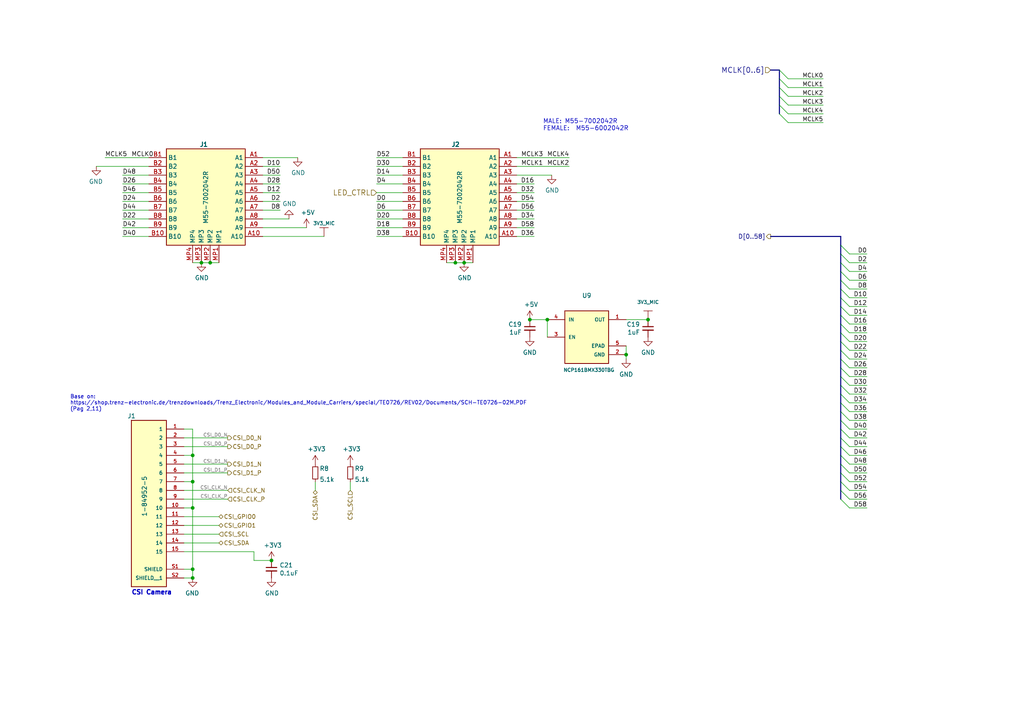
<source format=kicad_sch>
(kicad_sch (version 20230819) (generator eeschema)
  (paper "A4")
  (lib_symbols
    (symbol "1-84952-5:1-84952-5" (pin_names (offset 1.016))
      (property "Reference" "J" (at -5.08 24.13 0))
      (property "Value" "1-84952-5" (at -5.08 -27.94 0))
      (symbol "1-84952-5_0_0"
        (rectangle (start -5.08 -25.4) (end 5.08 22.86) (stroke (width 0.254)) (fill (type background)))
        (pin passive line (at -10.16 20.32 0) (length 5.08) (name "1") (number "1"))
        (pin passive line (at -10.16 -2.54 0) (length 5.08) (name "10") (number "10"))
        (pin passive line (at -10.16 -5.08 0) (length 5.08) (name "11") (number "11"))
        (pin passive line (at -10.16 -7.62 0) (length 5.08) (name "12") (number "12"))
        (pin passive line (at -10.16 -10.16 0) (length 5.08) (name "13") (number "13"))
        (pin passive line (at -10.16 -12.7 0) (length 5.08) (name "14") (number "14"))
        (pin passive line (at -10.16 -15.24 0) (length 5.08) (name "15") (number "15"))
        (pin passive line (at -10.16 17.78 0) (length 5.08) (name "2") (number "2"))
        (pin passive line (at -10.16 15.24 0) (length 5.08) (name "3") (number "3"))
        (pin passive line (at -10.16 12.7 0) (length 5.08) (name "4") (number "4"))
        (pin passive line (at -10.16 10.16 0) (length 5.08) (name "5") (number "5"))
        (pin passive line (at -10.16 7.62 0) (length 5.08) (name "6") (number "6"))
        (pin passive line (at -10.16 5.08 0) (length 5.08) (name "7") (number "7"))
        (pin passive line (at -10.16 2.54 0) (length 5.08) (name "8") (number "8"))
        (pin passive line (at -10.16 0 0) (length 5.08) (name "9") (number "9"))
        (pin passive line (at -10.16 -20.32 0) (length 5.08) (name "SHIELD") (number "S1"))
        (pin passive line (at -10.16 -22.86 0) (length 5.08) (name "SHIELD__1") (number "S2"))
      )
    )
    (symbol "Device:C_Small" (pin_numbers hide) (pin_names (offset 0.254) hide)
      (property "Reference" "C" (at 0.254 1.778 0))
      (property "Value" "C_Small" (at 0.254 -2.032 0))
      (symbol "C_Small_0_1"
        (polyline (pts (xy -1.524 -0.508) (xy 1.524 -0.508)) (stroke (width 0.3302)))
        (polyline (pts (xy -1.524 0.508) (xy 1.524 0.508)) (stroke (width 0.3048)))
      )
      (symbol "C_Small_1_1"
        (pin passive line (at 0 2.54 270) (length 2.032) (name "~") (number "1"))
        (pin passive line (at 0 -2.54 90) (length 2.032) (name "~") (number "2"))
      )
    )
    (symbol "Device:R_Small" (pin_numbers hide) (pin_names (offset 0.254) hide)
      (property "Reference" "R" (at 0.762 0.508 0))
      (property "Value" "R_Small" (at 0.762 -1.016 0))
      (symbol "R_Small_0_1"
        (rectangle (start -0.762 1.778) (end 0.762 -1.778) (stroke (width 0.2032)))
      )
      (symbol "R_Small_1_1"
        (pin passive line (at 0 2.54 270) (length 0.762) (name "~") (number "1"))
        (pin passive line (at 0 -2.54 90) (length 0.762) (name "~") (number "2"))
      )
    )
    (symbol "M55-7002042R:M55-7002042R"
      (property "Reference" "J" (at 34.29 15.24 0))
      (property "Value" "M55-7002042R" (at 34.29 12.7 0))
      (symbol "M55-7002042R_1_1"
        (rectangle (start 5.08 10.16) (end 33.02 -12.7) (stroke (width 0.254)) (fill (type background)))
        (pin passive line (at 30.48 -17.78 90) (length 5.08) (name "A1") (number "A1"))
        (pin passive line (at 7.62 -17.78 90) (length 5.08) (name "A10") (number "A10"))
        (pin passive line (at 27.94 -17.78 90) (length 5.08) (name "A2") (number "A2"))
        (pin passive line (at 25.4 -17.78 90) (length 5.08) (name "A3") (number "A3"))
        (pin passive line (at 22.86 -17.78 90) (length 5.08) (name "A4") (number "A4"))
        (pin passive line (at 20.32 -17.78 90) (length 5.08) (name "A5") (number "A5"))
        (pin passive line (at 17.78 -17.78 90) (length 5.08) (name "A6") (number "A6"))
        (pin passive line (at 15.24 -17.78 90) (length 5.08) (name "A7") (number "A7"))
        (pin passive line (at 12.7 -17.78 90) (length 5.08) (name "A8") (number "A8"))
        (pin passive line (at 10.16 -17.78 90) (length 5.08) (name "A9") (number "A9"))
        (pin passive line (at 30.48 15.24 270) (length 5.08) (name "B1") (number "B1"))
        (pin passive line (at 7.62 15.24 270) (length 5.08) (name "B10") (number "B10"))
        (pin passive line (at 27.94 15.24 270) (length 5.08) (name "B2") (number "B2"))
        (pin passive line (at 25.4 15.24 270) (length 5.08) (name "B3") (number "B3"))
        (pin passive line (at 22.86 15.24 270) (length 5.08) (name "B4") (number "B4"))
        (pin passive line (at 20.32 15.24 270) (length 5.08) (name "B5") (number "B5"))
        (pin passive line (at 17.78 15.24 270) (length 5.08) (name "B6") (number "B6"))
        (pin passive line (at 15.24 15.24 270) (length 5.08) (name "B7") (number "B7"))
        (pin passive line (at 12.7 15.24 270) (length 5.08) (name "B8") (number "B8"))
        (pin passive line (at 10.16 15.24 270) (length 5.08) (name "B9") (number "B9"))
        (pin passive line (at 0 -5.08 0) (length 5.08) (name "MP1") (number "MP1"))
        (pin passive line (at 0 -2.54 0) (length 5.08) (name "MP2") (number "MP2"))
        (pin passive line (at 0 0 0) (length 5.08) (name "MP3") (number "MP3"))
        (pin passive line (at 0 2.54 0) (length 5.08) (name "MP4") (number "MP4"))
      )
    )
    (symbol "NCP161:NCP161BMX330TBG" (pin_names (offset 1.016))
      (property "Reference" "U" (at -10.1639 8.8979 0))
      (property "Value" "NCP161BMX330TBG" (at -10.1614 -10.1627 0))
      (symbol "NCP161BMX330TBG_0_0"
        (rectangle (start -2.54 7.62) (end 10.16 -7.62) (stroke (width 0.254)) (fill (type background)))
        (pin output line (at 15.24 5.08 180) (length 5.08) (name "OUT") (number "1"))
        (pin power_in line (at 15.24 -5.08 180) (length 5.08) (name "GND") (number "2"))
        (pin input line (at -7.62 0 0) (length 5.08) (name "EN") (number "3"))
        (pin input line (at -7.62 5.08 0) (length 5.08) (name "IN") (number "4"))
        (pin power_in line (at 15.24 -2.54 180) (length 5.08) (name "EPAD") (number "5"))
      )
    )
    (symbol "array-rescue:GND-power-array-rescue" (power) (pin_names (offset 0))
      (property "Value" "GND-power-array-rescue" (at 0 -3.81 0))
      (symbol "GND-power-array-rescue_0_1"
        (polyline (pts (xy 0 0) (xy 0 -1.27) (xy 1.27 -1.27) (xy 0 -2.54) (xy -1.27 -1.27) (xy 0 -1.27)))
      )
      (symbol "GND-power-array-rescue_1_1"
        (pin power_in line (at 0 0 270) (length 0) hide (name "GND") (number "1"))
      )
    )
    (symbol "power:+3V3" (power) (pin_names (offset 0))
      (property "Value" "+3V3" (at 0 3.556 0))
      (symbol "+3V3_0_1"
        (polyline (pts (xy -0.762 1.27) (xy 0 2.54)))
        (polyline (pts (xy 0 0) (xy 0 2.54)))
        (polyline (pts (xy 0 2.54) (xy 0.762 1.27)))
      )
      (symbol "+3V3_1_1"
        (pin power_in line (at 0 0 90) (length 0) hide (name "+3V3") (number "1"))
      )
    )
    (symbol "power:+5V" (power) (pin_names (offset 0))
      (property "Value" "+5V" (at 0 3.556 0))
      (symbol "+5V_0_1"
        (polyline (pts (xy -0.762 1.27) (xy 0 2.54)))
        (polyline (pts (xy 0 0) (xy 0 2.54)))
        (polyline (pts (xy 0 2.54) (xy 0.762 1.27)))
      )
      (symbol "+5V_1_1"
        (pin power_in line (at 0 0 90) (length 0) hide (name "+5V") (number "1"))
      )
    )
    (symbol "power:GND" (power) (pin_names (offset 0))
      (property "Value" "GND" (at 0 -3.81 0))
      (symbol "GND_0_1"
        (polyline (pts (xy 0 0) (xy 0 -1.27) (xy 1.27 -1.27) (xy 0 -2.54) (xy -1.27 -1.27) (xy 0 -1.27)))
      )
      (symbol "GND_1_1"
        (pin power_in line (at 0 0 270) (length 0) hide (name "GND") (number "1"))
      )
    )
    (symbol "power_symbols:3V3_MIC" (power) (pin_names (offset 0))
      (property "Value" "3V3_MIC" (at 0 3.6046 0))
      (symbol "3V3_MIC_0_1"
        (polyline (pts (xy -1.27 2.54) (xy 1.27 2.54)))
        (polyline (pts (xy 0 0) (xy 0 2.54)))
      )
      (symbol "3V3_MIC_1_1"
        (pin power_in line (at 0 0 90) (length 0) hide (name "3V3_MIC") (number "1"))
      )
    )
  )
  (junction (at 55.88 147.32))
  (junction (at 134.62 76.2))
  (junction (at 181.61 102.87))
  (junction (at 78.74 162.56))
  (junction (at 55.88 165.1))
  (junction (at 153.67 92.71))
  (junction (at 60.96 76.2))
  (junction (at 55.88 132.08))
  (junction (at 132.08 76.2))
  (junction (at 187.96 92.71))
  (junction (at 55.88 139.7))
  (junction (at 58.42 76.2))
  (junction (at 158.75 92.71))
  (junction (at 55.88 167.64))
  (bus_entry (at 246.38 109.22) (size -2.54 -2.54))
  (bus_entry (at 226.06 25.4) (size 2.54 2.54))
  (bus_entry (at 246.38 139.7) (size -2.54 -2.54))
  (bus_entry (at 246.38 134.62) (size -2.54 -2.54))
  (bus_entry (at 246.38 83.82) (size -2.54 -2.54))
  (bus_entry (at 246.38 111.76) (size -2.54 -2.54))
  (bus_entry (at 246.38 73.66) (size -2.54 -2.54))
  (bus_entry (at 246.38 124.46) (size -2.54 -2.54))
  (bus_entry (at 246.38 91.44) (size -2.54 -2.54))
  (bus_entry (at 246.38 81.28) (size -2.54 -2.54))
  (bus_entry (at 246.38 121.92) (size -2.54 -2.54))
  (bus_entry (at 246.38 101.6) (size -2.54 -2.54))
  (bus_entry (at 226.06 22.86) (size 2.54 2.54))
  (bus_entry (at 246.38 129.54) (size -2.54 -2.54))
  (bus_entry (at 246.38 116.84) (size -2.54 -2.54))
  (bus_entry (at 246.38 96.52) (size -2.54 -2.54))
  (bus_entry (at 246.38 119.38) (size -2.54 -2.54))
  (bus_entry (at 246.38 99.06) (size -2.54 -2.54))
  (bus_entry (at 246.38 147.32) (size -2.54 -2.54))
  (bus_entry (at 226.06 20.32) (size 2.54 2.54))
  (bus_entry (at 246.38 88.9) (size -2.54 -2.54))
  (bus_entry (at 226.06 30.48) (size 2.54 2.54))
  (bus_entry (at 246.38 132.08) (size -2.54 -2.54))
  (bus_entry (at 246.38 106.68) (size -2.54 -2.54))
  (bus_entry (at 246.38 93.98) (size -2.54 -2.54))
  (bus_entry (at 246.38 104.14) (size -2.54 -2.54))
  (bus_entry (at 246.38 144.78) (size -2.54 -2.54))
  (bus_entry (at 226.06 27.94) (size 2.54 2.54))
  (bus_entry (at 226.06 33.02) (size 2.54 2.54))
  (bus_entry (at 246.38 114.3) (size -2.54 -2.54))
  (bus_entry (at 246.38 76.2) (size -2.54 -2.54))
  (bus_entry (at 246.38 78.74) (size -2.54 -2.54))
  (bus_entry (at 246.38 86.36) (size -2.54 -2.54))
  (bus_entry (at 246.38 127) (size -2.54 -2.54))
  (bus_entry (at 246.38 142.24) (size -2.54 -2.54))
  (bus_entry (at 246.38 137.16) (size -2.54 -2.54))
  (wire (pts (xy 251.46 86.36) (xy 246.38 86.36)))
  (wire (pts (xy 251.46 114.3) (xy 246.38 114.3)))
  (wire (pts (xy 76.2 50.8) (xy 81.28 50.8)))
  (wire (pts (xy 76.2 58.42) (xy 81.28 58.42)))
  (wire (pts (xy 158.75 92.71) (xy 158.75 97.79)))
  (wire (pts (xy 60.96 76.2) (xy 63.5 76.2)))
  (wire (pts (xy 251.46 78.74) (xy 246.38 78.74)))
  (bus (pts (xy 243.84 71.12) (xy 243.84 73.66)))
  (wire (pts (xy 181.61 100.33) (xy 181.61 102.87)))
  (bus (pts (xy 243.84 101.6) (xy 243.84 104.14)))
  (wire (pts (xy 251.46 101.6) (xy 246.38 101.6)))
  (wire (pts (xy 251.46 147.32) (xy 246.38 147.32)))
  (wire (pts (xy 251.46 96.52) (xy 246.38 96.52)))
  (wire (pts (xy 149.86 66.04) (xy 154.94 66.04)))
  (wire (pts (xy 153.67 92.71) (xy 158.75 92.71)))
  (wire (pts (xy 149.86 63.5) (xy 154.94 63.5)))
  (bus (pts (xy 243.84 127) (xy 243.84 129.54)))
  (wire (pts (xy 53.34 154.94) (xy 63.5 154.94)))
  (wire (pts (xy 55.88 147.32) (xy 55.88 165.1)))
  (bus (pts (xy 243.84 132.08) (xy 243.84 134.62)))
  (bus (pts (xy 243.84 96.52) (xy 243.84 99.06)))
  (wire (pts (xy 55.88 139.7) (xy 55.88 147.32)))
  (wire (pts (xy 251.46 93.98) (xy 246.38 93.98)))
  (wire (pts (xy 251.46 127) (xy 246.38 127)))
  (wire (pts (xy 228.6 33.02) (xy 238.76 33.02)))
  (wire (pts (xy 251.46 109.22) (xy 246.38 109.22)))
  (wire (pts (xy 251.46 83.82) (xy 246.38 83.82)))
  (wire (pts (xy 109.22 68.58) (xy 116.84 68.58)))
  (bus (pts (xy 243.84 83.82) (xy 243.84 86.36)))
  (bus (pts (xy 243.84 76.2) (xy 243.84 78.74)))
  (bus (pts (xy 243.84 109.22) (xy 243.84 111.76)))
  (bus (pts (xy 226.06 27.94) (xy 226.06 30.48)))
  (wire (pts (xy 53.34 132.08) (xy 55.88 132.08)))
  (wire (pts (xy 251.46 119.38) (xy 246.38 119.38)))
  (wire (pts (xy 251.46 121.92) (xy 246.38 121.92)))
  (wire (pts (xy 228.6 35.56) (xy 238.76 35.56)))
  (bus (pts (xy 243.84 68.58) (xy 243.84 71.12)))
  (wire (pts (xy 53.34 142.24) (xy 66.04 142.24)))
  (bus (pts (xy 243.84 93.98) (xy 243.84 96.52)))
  (wire (pts (xy 251.46 142.24) (xy 246.38 142.24)))
  (bus (pts (xy 243.84 116.84) (xy 243.84 119.38)))
  (wire (pts (xy 73.66 160.02) (xy 73.66 162.56)))
  (wire (pts (xy 35.56 68.58) (xy 43.18 68.58)))
  (bus (pts (xy 243.84 119.38) (xy 243.84 121.92)))
  (wire (pts (xy 53.34 157.48) (xy 63.5 157.48)))
  (wire (pts (xy 251.46 99.06) (xy 246.38 99.06)))
  (wire (pts (xy 149.86 50.8) (xy 160.02 50.8)))
  (wire (pts (xy 53.34 144.78) (xy 66.04 144.78)))
  (wire (pts (xy 76.2 66.04) (xy 88.9 66.04)))
  (wire (pts (xy 251.46 134.62) (xy 246.38 134.62)))
  (wire (pts (xy 251.46 139.7) (xy 246.38 139.7)))
  (wire (pts (xy 55.88 76.2) (xy 58.42 76.2)))
  (wire (pts (xy 149.86 45.72) (xy 165.1 45.72)))
  (wire (pts (xy 251.46 76.2) (xy 246.38 76.2)))
  (bus (pts (xy 243.84 142.24) (xy 243.84 144.78)))
  (bus (pts (xy 243.84 88.9) (xy 243.84 91.44)))
  (wire (pts (xy 251.46 106.68) (xy 246.38 106.68)))
  (wire (pts (xy 53.34 165.1) (xy 55.88 165.1)))
  (wire (pts (xy 73.66 160.02) (xy 53.34 160.02)))
  (bus (pts (xy 243.84 139.7) (xy 243.84 142.24)))
  (wire (pts (xy 134.62 76.2) (xy 137.16 76.2)))
  (wire (pts (xy 73.66 162.56) (xy 78.74 162.56)))
  (wire (pts (xy 35.56 60.96) (xy 43.18 60.96)))
  (wire (pts (xy 30.48 45.72) (xy 43.18 45.72)))
  (wire (pts (xy 76.2 45.72) (xy 86.36 45.72)))
  (wire (pts (xy 154.94 68.58) (xy 149.86 68.58)))
  (wire (pts (xy 109.22 63.5) (xy 116.84 63.5)))
  (wire (pts (xy 251.46 144.78) (xy 246.38 144.78)))
  (wire (pts (xy 53.34 147.32) (xy 55.88 147.32)))
  (wire (pts (xy 53.34 152.4) (xy 63.5 152.4)))
  (wire (pts (xy 109.22 60.96) (xy 116.84 60.96)))
  (wire (pts (xy 149.86 48.26) (xy 165.1 48.26)))
  (wire (pts (xy 109.22 45.72) (xy 116.84 45.72)))
  (bus (pts (xy 243.84 99.06) (xy 243.84 101.6)))
  (wire (pts (xy 101.6 142.24) (xy 101.6 139.7)))
  (wire (pts (xy 228.6 22.86) (xy 238.76 22.86)))
  (wire (pts (xy 53.34 137.16) (xy 66.04 137.16)))
  (bus (pts (xy 243.84 91.44) (xy 243.84 93.98)))
  (bus (pts (xy 243.84 124.46) (xy 243.84 127)))
  (wire (pts (xy 76.2 68.58) (xy 93.98 68.58)))
  (wire (pts (xy 228.6 30.48) (xy 238.76 30.48)))
  (wire (pts (xy 109.22 55.88) (xy 116.84 55.88)))
  (bus (pts (xy 226.06 20.32) (xy 226.06 22.86)))
  (bus (pts (xy 243.84 121.92) (xy 243.84 124.46)))
  (wire (pts (xy 109.22 53.34) (xy 116.84 53.34)))
  (bus (pts (xy 226.06 20.32) (xy 223.52 20.32)))
  (wire (pts (xy 58.42 76.2) (xy 60.96 76.2)))
  (bus (pts (xy 226.06 25.4) (xy 226.06 27.94)))
  (wire (pts (xy 109.22 58.42) (xy 116.84 58.42)))
  (bus (pts (xy 243.84 68.58) (xy 223.52 68.58)))
  (wire (pts (xy 55.88 124.46) (xy 55.88 132.08)))
  (wire (pts (xy 251.46 116.84) (xy 246.38 116.84)))
  (wire (pts (xy 129.54 76.2) (xy 132.08 76.2)))
  (bus (pts (xy 243.84 106.68) (xy 243.84 109.22)))
  (wire (pts (xy 53.34 149.86) (xy 63.5 149.86)))
  (wire (pts (xy 55.88 165.1) (xy 55.88 167.64)))
  (wire (pts (xy 76.2 48.26) (xy 81.28 48.26)))
  (wire (pts (xy 149.86 55.88) (xy 154.94 55.88)))
  (wire (pts (xy 251.46 124.46) (xy 246.38 124.46)))
  (bus (pts (xy 243.84 86.36) (xy 243.84 88.9)))
  (bus (pts (xy 243.84 137.16) (xy 243.84 139.7)))
  (wire (pts (xy 149.86 53.34) (xy 154.94 53.34)))
  (wire (pts (xy 35.56 50.8) (xy 43.18 50.8)))
  (wire (pts (xy 251.46 129.54) (xy 246.38 129.54)))
  (wire (pts (xy 251.46 81.28) (xy 246.38 81.28)))
  (wire (pts (xy 251.46 132.08) (xy 246.38 132.08)))
  (wire (pts (xy 251.46 137.16) (xy 246.38 137.16)))
  (wire (pts (xy 53.34 124.46) (xy 55.88 124.46)))
  (wire (pts (xy 76.2 63.5) (xy 83.82 63.5)))
  (wire (pts (xy 109.22 66.04) (xy 116.84 66.04)))
  (wire (pts (xy 134.62 76.2) (xy 132.08 76.2)))
  (bus (pts (xy 243.84 114.3) (xy 243.84 116.84)))
  (wire (pts (xy 109.22 48.26) (xy 116.84 48.26)))
  (wire (pts (xy 149.86 58.42) (xy 154.94 58.42)))
  (bus (pts (xy 243.84 104.14) (xy 243.84 106.68)))
  (wire (pts (xy 53.34 127) (xy 66.04 127)))
  (wire (pts (xy 251.46 88.9) (xy 246.38 88.9)))
  (wire (pts (xy 76.2 55.88) (xy 81.28 55.88)))
  (wire (pts (xy 149.86 60.96) (xy 154.94 60.96)))
  (wire (pts (xy 53.34 134.62) (xy 66.04 134.62)))
  (wire (pts (xy 27.94 48.26) (xy 43.18 48.26)))
  (bus (pts (xy 226.06 22.86) (xy 226.06 25.4)))
  (bus (pts (xy 243.84 73.66) (xy 243.84 76.2)))
  (wire (pts (xy 251.46 73.66) (xy 246.38 73.66)))
  (wire (pts (xy 35.56 66.04) (xy 43.18 66.04)))
  (bus (pts (xy 243.84 134.62) (xy 243.84 137.16)))
  (wire (pts (xy 251.46 111.76) (xy 246.38 111.76)))
  (wire (pts (xy 251.46 91.44) (xy 246.38 91.44)))
  (wire (pts (xy 228.6 25.4) (xy 238.76 25.4)))
  (wire (pts (xy 55.88 132.08) (xy 55.88 139.7)))
  (bus (pts (xy 243.84 111.76) (xy 243.84 114.3)))
  (wire (pts (xy 76.2 53.34) (xy 81.28 53.34)))
  (wire (pts (xy 181.61 102.87) (xy 181.61 104.14)))
  (wire (pts (xy 251.46 104.14) (xy 246.38 104.14)))
  (wire (pts (xy 35.56 63.5) (xy 43.18 63.5)))
  (wire (pts (xy 35.56 53.34) (xy 43.18 53.34)))
  (wire (pts (xy 76.2 60.96) (xy 81.28 60.96)))
  (wire (pts (xy 109.22 50.8) (xy 116.84 50.8)))
  (bus (pts (xy 243.84 78.74) (xy 243.84 81.28)))
  (bus (pts (xy 243.84 81.28) (xy 243.84 83.82)))
  (wire (pts (xy 55.88 167.64) (xy 53.34 167.64)))
  (wire (pts (xy 228.6 27.94) (xy 238.76 27.94)))
  (wire (pts (xy 91.44 142.24) (xy 91.44 139.7)))
  (bus (pts (xy 226.06 30.48) (xy 226.06 33.02)))
  (wire (pts (xy 35.56 58.42) (xy 43.18 58.42)))
  (wire (pts (xy 35.56 55.88) (xy 43.18 55.88)))
  (wire (pts (xy 53.34 129.54) (xy 66.04 129.54)))
  (bus (pts (xy 243.84 129.54) (xy 243.84 132.08)))
  (wire (pts (xy 53.34 139.7) (xy 55.88 139.7)))
  (wire (pts (xy 187.96 92.71) (xy 181.61 92.71)))
  (text "MALE: M55-7002042R \nFEMALE:  M55-6002042R" (at 157.48 38.1 0) (effects (font (size 1.27 1.27)) (justify left bottom)))
  (text "Base on:\nhttps://shop.trenz-electronic.de/trenzdownloads/Trenz_Electronic/Modules_and_Module_Carriers/special/TE0726/REV02/Documents/SCH-TE0726-02M.PDF\n(Pag 2,11)" (at 20.32 119.38 0) (effects (font (size 1.1 1.1)) (justify left bottom)))
  (text "CSI Camera" (at 38.1 172.72 0) (effects (font (size 1.3 1.3) (thickness 0.3048) bold) (justify left bottom)))
  (label "D28" (at 81.28 53.34 180))
  (label "D6" (at 109.22 60.96 0))
  (label "D48" (at 35.56 50.8 0))
  (label "D10" (at 251.46 86.36 180))
  (label "D22" (at 35.56 63.5 0))
  (label "D6" (at 251.46 81.28 180))
  (label "D50" (at 251.46 137.16 180))
  (label "CSI_D0_P" (at 66.04 129.54 180) (effects (font (size 1 1))))
  (label "CSI_CLK_P" (at 66.04 144.78 180) (effects (font (size 1 1))))
  (label "MCLK2" (at 165.1 48.26 180))
  (label "D12" (at 81.28 55.88 180))
  (label "D24" (at 35.56 58.42 0))
  (label "D16" (at 154.94 53.34 180))
  (label "D20" (at 109.22 63.5 0))
  (label "CSI_D1_P" (at 66.04 137.16 180) (effects (font (size 1 1))))
  (label "D0" (at 251.46 73.66 180))
  (label "D30" (at 251.46 111.76 180))
  (label "D44" (at 251.46 129.54 180))
  (label "CSI_CLK_N" (at 66.04 142.24 180) (effects (font (size 1 1))))
  (label "D46" (at 251.46 132.08 180))
  (label "D24" (at 251.46 104.14 180))
  (label "MCLK3" (at 238.76 30.48 180) (effects (font (size 1.1938 1.1938))))
  (label "MCLK2" (at 238.76 27.94 180) (effects (font (size 1.1938 1.1938))))
  (label "D46" (at 35.56 55.88 0))
  (label "D2" (at 81.28 58.42 180))
  (label "D34" (at 251.46 116.84 180))
  (label "MCLK0" (at 38.1 45.72 0))
  (label "D58" (at 251.46 147.32 180))
  (label "D8" (at 81.28 60.96 180))
  (label "D36" (at 251.46 119.38 180))
  (label "MCLK0" (at 238.76 22.86 180) (effects (font (size 1.1938 1.1938))))
  (label "D14" (at 251.46 91.44 180))
  (label "D32" (at 251.46 114.3 180))
  (label "D30" (at 109.22 48.26 0))
  (label "MCLK4" (at 238.76 33.02 180) (effects (font (size 1.1938 1.1938))))
  (label "D22" (at 251.46 101.6 180))
  (label "MCLK5" (at 30.48 45.72 0))
  (label "D38" (at 109.22 68.58 0))
  (label "D52" (at 251.46 139.7 180))
  (label "MCLK1" (at 151.13 48.26 0))
  (label "D54" (at 154.94 58.42 180))
  (label "D42" (at 35.56 66.04 0))
  (label "D26" (at 251.46 106.68 180))
  (label "D28" (at 251.46 109.22 180))
  (label "D20" (at 251.46 99.06 180))
  (label "D4" (at 251.46 78.74 180))
  (label "MCLK3" (at 151.13 45.72 0))
  (label "D54" (at 251.46 142.24 180))
  (label "D34" (at 154.94 63.5 180))
  (label "D16" (at 251.46 93.98 180))
  (label "D38" (at 251.46 121.92 180))
  (label "D18" (at 109.22 66.04 0))
  (label "D2" (at 251.46 76.2 180))
  (label "D12" (at 251.46 88.9 180))
  (label "D50" (at 81.28 50.8 180))
  (label "D10" (at 81.28 48.26 180))
  (label "MCLK1" (at 238.76 25.4 180) (effects (font (size 1.1938 1.1938))))
  (label "D58" (at 154.94 66.04 180))
  (label "D40" (at 35.56 68.58 0))
  (label "D56" (at 251.46 144.78 180))
  (label "CSI_D1_N" (at 66.04 134.62 180) (effects (font (size 1 1))))
  (label "D42" (at 251.46 127 180))
  (label "D36" (at 154.94 68.58 180))
  (label "D4" (at 109.22 53.34 0))
  (label "D32" (at 154.94 55.88 180))
  (label "MCLK4" (at 165.1 45.72 180))
  (label "D0" (at 109.22 58.42 0))
  (label "D56" (at 154.94 60.96 180))
  (label "CSI_D0_N" (at 66.04 127 180) (effects (font (size 1 1))))
  (label "D14" (at 109.22 50.8 0))
  (label "MCLK5" (at 238.76 35.56 180) (effects (font (size 1.1938 1.1938))))
  (label "D48" (at 251.46 134.62 180))
  (label "D52" (at 109.22 45.72 0))
  (label "D18" (at 251.46 96.52 180))
  (label "D40" (at 251.46 124.46 180))
  (label "D26" (at 35.56 53.34 0))
  (label "D44" (at 35.56 60.96 0))
  (label "D8" (at 251.46 83.82 180))
  (hierarchical_label "CSI_SCL" (shape input) (at 101.6 142.24 270) (effects (font (size 1.2 1.2))))
  (hierarchical_label "CSI_SCL" (shape input) (at 63.5 154.94 0) (effects (font (size 1.2 1.2))))
  (hierarchical_label "LED_CTRL" (shape input) (at 109.22 55.88 180) (effects (font (size 1.524 1.524))))
  (hierarchical_label "MCLK[0..6]" (shape input) (at 223.52 20.32 180) (effects (font (size 1.524 1.524))))
  (hierarchical_label "CSI_GPIO1" (shape bidirectional) (at 63.5 152.4 0) (effects (font (size 1.2 1.2))))
  (hierarchical_label "CSI_GPIO0" (shape bidirectional) (at 63.5 149.86 0) (effects (font (size 1.2 1.2))))
  (hierarchical_label "CSI_D0_N" (shape output) (at 66.04 127 0) (effects (font (size 1.2 1.2))))
  (hierarchical_label "CSI_CLK_P" (shape input) (at 66.04 144.78 0) (effects (font (size 1.2 1.2))))
  (hierarchical_label "CSI_D1_P" (shape output) (at 66.04 137.16 0) (effects (font (size 1.2 1.2))))
  (hierarchical_label "CSI_CLK_N" (shape input) (at 66.04 142.24 0) (effects (font (size 1.2 1.2))))
  (hierarchical_label "CSI_SDA" (shape bidirectional) (at 91.44 142.24 270) (effects (font (size 1.2 1.2))))
  (hierarchical_label "D[0..58]" (shape output) (at 223.52 68.58 180))
  (hierarchical_label "CSI_D0_P" (shape output) (at 66.04 129.54 0) (effects (font (size 1.2 1.2))))
  (hierarchical_label "CSI_SDA" (shape bidirectional) (at 63.5 157.48 0) (effects (font (size 1.2 1.2))))
  (hierarchical_label "CSI_D1_N" (shape output) (at 66.04 134.62 0) (effects (font (size 1.2 1.2))))
  (symbol (lib_id "power:GND") (at 55.88 167.64 0) (mirror y) (unit 1)
    (property "Reference" "#PWR0101" (effects hide))
    (property "Value" "GND" (at 55.753 172.0342 0))
  )
  (symbol (lib_id "Device:R_Small") (at 91.44 137.16 0) (unit 1)
    (property "Reference" "R8" (at 92.71 135.89 0) (effects (justify left)))
    (property "Value" "5.1k" (at 92.71 139.065 0) (effects (justify left)))
    (property "Footprint" "smd:R_0201_0603Metric" (effects hide))
    (property "Datasheet" "https://api.pim.na.industrial.panasonic.com/file_stream/main/fileversion/1242" (effects hide))
    (property "Manufacturer_Part_Number" "ERJ-1GNJ512C" (effects hide))
  )
  (symbol (lib_id "power:+3V3") (at 91.44 134.62 0) (unit 1)
    (property "Reference" "#PWR0169" (effects hide))
    (property "Value" "+3V3" (at 91.821 130.2258 0))
  )
  (symbol (lib_id "Device:R_Small") (at 101.6 137.16 0) (unit 1)
    (property "Reference" "R9" (at 102.87 135.89 0) (effects (justify left)))
    (property "Value" "5.1k" (at 102.87 139.065 0) (effects (justify left)))
    (property "Footprint" "smd:R_0201_0603Metric" (effects hide))
    (property "Datasheet" "https://api.pim.na.industrial.panasonic.com/file_stream/main/fileversion/1242" (effects hide))
    (property "Manufacturer_Part_Number" "ERJ-1GNJ512C" (effects hide))
  )
  (symbol (lib_id "power:+3V3") (at 101.6 134.62 0) (unit 1)
    (property "Reference" "#PWR0170" (effects hide))
    (property "Value" "+3V3" (at 101.981 130.2258 0))
  )
  (symbol (lib_id "1-84952-5:1-84952-5") (at 43.18 144.78 0) (mirror y) (unit 1)
    (property "Reference" "J1" (at 39.37 120.65 0) (effects (justify left)))
    (property "Value" "1-84952-5" (at 41.91 149.86 90) (effects (justify left)))
    (property "Footprint" "smd:TE_1-84952-5" (effects hide))
    (property "Datasheet" "https://www.te.com/usa-en/product-1-84952-5.datasheet.pdf" (effects hide))
    (property "Manufacturer_Part_Number" "1-84952-5" (effects hide))
  )
  (symbol (lib_id "power:GND") (at 78.74 167.64 0) (unit 1)
    (property "Reference" "#PWR024" (effects hide))
    (property "Value" "GND" (at 78.867 172.0342 0))
  )
  (symbol (lib_id "power:GND") (at 187.96 97.79 0) (unit 1)
    (property "Reference" "#PWR074" (effects hide))
    (property "Value" "GND" (at 187.96 102.235 0))
    (property "Description" "Power symbol creates a global label with name \"GND\" , ground" (effects hide))
  )
  (symbol (lib_id "power:GND") (at 181.61 104.14 0) (unit 1)
    (property "Reference" "#PWR069" (effects hide))
    (property "Value" "GND" (at 181.61 108.585 0))
    (property "Description" "Power symbol creates a global label with name \"GND\" , ground" (effects hide))
  )
  (symbol (lib_id "array-rescue:GND-power-array-rescue") (at 27.94 48.26 0) (mirror y) (unit 1)
    (property "Reference" "#PWR0125" (effects hide))
    (property "Value" "GND" (at 27.813 52.6542 0))
    (instances (project "array" (path "" (reference "#PWR0125") (unit 1))) (project "controller" (path "" (reference "#PWR048") (unit 1))) (project "t20_controller" (path "" (reference "#PWR02") (unit 1)) (path "" (reference "#PWR02") (unit 1))))
  )
  (symbol (lib_id "NCP161:NCP161BMX330TBG") (at 166.37 97.79 0) (unit 1)
    (property "Reference" "U9" (at 170.18 85.725 0))
    (property "Value" "NCP161BMX330TBG" (at 170.815 107.315 0) (effects (font (size 1 1))))
    (property "Footprint" "smd:VREG_NCP161BMX330TBG" (effects hide))
    (property "Datasheet" "https://www.onsemi.com/pdf/datasheet/ncp161-d.pdf" (effects hide))
    (property "Package" "XDFN-4 ON Semiconductor" (effects hide))
    (property "Manufacturer_Part_Number" "NCP161BMX330TBG" (effects hide))
  )
  (symbol (lib_id "array-rescue:GND-power-array-rescue") (at 134.62 76.2 0) (unit 1)
    (property "Reference" "#PWR0122" (effects hide))
    (property "Value" "GND" (at 134.747 80.5942 0))
    (instances (project "array" (path "" (reference "#PWR0122") (unit 1))) (project "controller" (path "" (reference "#PWR050") (unit 1))) (project "t20_controller" (path "" (reference "#PWR05") (unit 1)) (path "" (reference "#PWR05") (unit 1))))
  )
  (symbol (lib_id "array-rescue:GND-power-array-rescue") (at 160.02 50.8 0) (unit 1)
    (property "Reference" "#PWR0124" (effects hide))
    (property "Value" "GND" (at 160.147 55.1942 0))
    (instances (project "array" (path "" (reference "#PWR0124") (unit 1))) (project "controller" (path "" (reference "#PWR028") (unit 1))))
  )
  (symbol (lib_id "power:+5V") (at 88.9 66.04 0) (unit 1)
    (property "Reference" "#PWR039" (effects hide))
    (property "Value" "+5V" (at 89.281 61.6458 0))
    (instances (project "controller" (path "" (reference "#PWR039") (unit 1)) (path "" (reference "#PWR027") (unit 1))))
  )
  (symbol (lib_id "M55-7002042R:M55-7002042R") (at 132.08 76.2 90) (unit 1)
    (property "Reference" "J2" (at 130.81 41.91 90) (effects (font bold) (justify right)))
    (property "Value" "M55-7002042R" (at 133.35 49.53 0) (effects (justify right)))
    (property "Footprint" "smd:M557002042R_REV" (effects hide))
    (property "Datasheet" "https://componentsearchengine.com/Datasheets/1/M55-7002042R.pdf" (effects hide))
    (property "Description" "Board to Board & Mezzanine Connectors 20P 1.27 SMC Male" (effects hide))
    (property "Manufacturer_Name" "Harwin" (effects hide))
    (property "Manufacturer_Part_Number" "M55-7002042R" (effects hide))
    (instances (project "array" (path "" (reference "J2") (unit 1))) (project "controller" (path "" (reference "JM2") (unit 1))) (project "t20_controller" (path "" (reference "J2") (unit 1)) (path "" (reference "J2") (unit 1))))
  )
  (symbol (lib_id "Device:C_Small") (at 187.96 95.25 0) (mirror y) (unit 1)
    (property "Reference" "C19" (at 185.6232 94.0816 0) (effects (justify left)))
    (property "Value" "1uF" (at 185.6232 96.393 0) (effects (justify left)))
    (property "Footprint" "smd:C_0402_1005Metric" (effects hide))
    (property "Datasheet" "https://datasheets.kyocera-avx.com/cx5r.pdf" (effects hide))
    (property "Manufacturer_Part_Number" "KGM05AR51A105KH" (effects hide))
    (instances (project "controller" (path "" (reference "C19") (unit 1)) (path "" (reference "C30") (unit 1))))
  )
  (symbol (lib_id "array-rescue:GND-power-array-rescue") (at 83.82 63.5 0) (mirror x) (unit 1)
    (property "Reference" "#PWR0125" (effects hide))
    (property "Value" "GND" (at 83.947 59.1058 0))
    (instances (project "array" (path "" (reference "#PWR0125") (unit 1))) (project "controller" (path "" (reference "#PWR047") (unit 1))) (project "t20_controller" (path "" (reference "#PWR02") (unit 1)) (path "" (reference "#PWR02") (unit 1))))
  )
  (symbol (lib_id "power:+5V") (at 153.67 92.71 0) (unit 1)
    (property "Reference" "#PWR039" (effects hide))
    (property "Value" "+5V" (at 154.051 88.3158 0))
    (instances (project "controller" (path "" (reference "#PWR039") (unit 1)) (path "" (reference "#PWR070") (unit 1))))
  )
  (symbol (lib_id "power_symbols:3V3_MIC") (at 187.96 92.71 0) (unit 1)
    (property "Reference" "#PWR068" (effects hide))
    (property "Value" "3V3_MIC" (at 187.96 87.63 0) (effects (font (size 1 1))))
    (property "Description" "Power symbol creates a global label with name \"VREF_RPI\"" (effects hide))
  )
  (symbol (lib_id "array-rescue:GND-power-array-rescue") (at 58.42 76.2 0) (unit 1)
    (property "Reference" "#PWR0123" (effects hide))
    (property "Value" "GND" (at 58.547 80.5942 0))
    (instances (project "array" (path "" (reference "#PWR0123") (unit 1))) (project "controller" (path "" (reference "#PWR049") (unit 1))) (project "t20_controller" (path "" (reference "#PWR04") (unit 1)) (path "" (reference "#PWR04") (unit 1))))
  )
  (symbol (lib_id "power_symbols:3V3_MIC") (at 93.98 68.58 0) (unit 1)
    (property "Reference" "#PWR071" (effects hide))
    (property "Value" "3V3_MIC" (at 93.98 64.77 0) (effects (font (size 1 1))))
    (property "Description" "Power symbol creates a global label with name \"VREF_RPI\"" (effects hide))
  )
  (symbol (lib_id "power:GND") (at 153.67 97.79 0) (unit 1)
    (property "Reference" "#PWR072" (effects hide))
    (property "Value" "GND" (at 153.67 102.235 0))
    (property "Description" "Power symbol creates a global label with name \"GND\" , ground" (effects hide))
  )
  (symbol (lib_id "array-rescue:GND-power-array-rescue") (at 86.36 45.72 0) (unit 1)
    (property "Reference" "#PWR0125" (effects hide))
    (property "Value" "GND" (at 86.487 50.1142 0))
    (instances (project "array" (path "" (reference "#PWR0125") (unit 1))) (project "controller" (path "" (reference "#PWR046") (unit 1))) (project "t20_controller" (path "" (reference "#PWR02") (unit 1)) (path "" (reference "#PWR02") (unit 1))))
  )
  (symbol (lib_id "Device:C_Small") (at 78.74 165.1 0) (unit 1)
    (property "Reference" "C21" (at 81.0768 163.9316 0) (effects (justify left)))
    (property "Value" "0.1uF" (at 81.0768 166.243 0) (effects (justify left)))
    (property "Footprint" "smd:C_0201_0603Metric" (effects hide))
    (property "Datasheet" "https://mm.digikey.com/Volume0/opasdata/d220001/medias/docus/41/CL03A104KQ3NNNC_SS.pdf" (effects hide))
    (property "Manufacturer_Part_Number" "CL03A104KQ3NNNC" (effects hide))
  )
  (symbol (lib_id "power:+3V3") (at 78.74 162.56 0) (unit 1)
    (property "Reference" "#PWR023" (effects hide))
    (property "Value" "+3V3" (at 79.121 158.1658 0))
  )
  (symbol (lib_id "M55-7002042R:M55-7002042R") (at 58.42 76.2 90) (unit 1)
    (property "Reference" "J1" (at 57.785 41.91 90) (effects (font bold) (justify right)))
    (property "Value" "M55-7002042R" (at 59.69 49.53 0) (effects (justify right)))
    (property "Footprint" "smd:M557002042R_REV" (effects hide))
    (property "Datasheet" "https://componentsearchengine.com/Datasheets/1/M55-7002042R.pdf" (effects hide))
    (property "Description" "Board to Board & Mezzanine Connectors 20P 1.27 SMC Male" (effects hide))
    (property "Manufacturer_Name" "Harwin" (effects hide))
    (property "Manufacturer_Part_Number" "M55-7002042R" (effects hide))
    (instances (project "array" (path "" (reference "J1") (unit 1))) (project "controller" (path "" (reference "JM1") (unit 1))) (project "t20_controller" (path "" (reference "J1") (unit 1)) (path "" (reference "J1") (unit 1))))
  )
  (symbol (lib_id "Device:C_Small") (at 153.67 95.25 0) (mirror y) (unit 1)
    (property "Reference" "C19" (at 151.3332 94.0816 0) (effects (justify left)))
    (property "Value" "1uF" (at 151.3332 96.393 0) (effects (justify left)))
    (property "Footprint" "smd:C_0402_1005Metric" (effects hide))
    (property "Datasheet" "https://datasheets.kyocera-avx.com/cx5r.pdf" (effects hide))
    (property "Manufacturer_Part_Number" "KGM05AR51A105KH" (effects hide))
    (instances (project "controller" (path "" (reference "C19") (unit 1)) (path "" (reference "C29") (unit 1))))
  )
)
</source>
